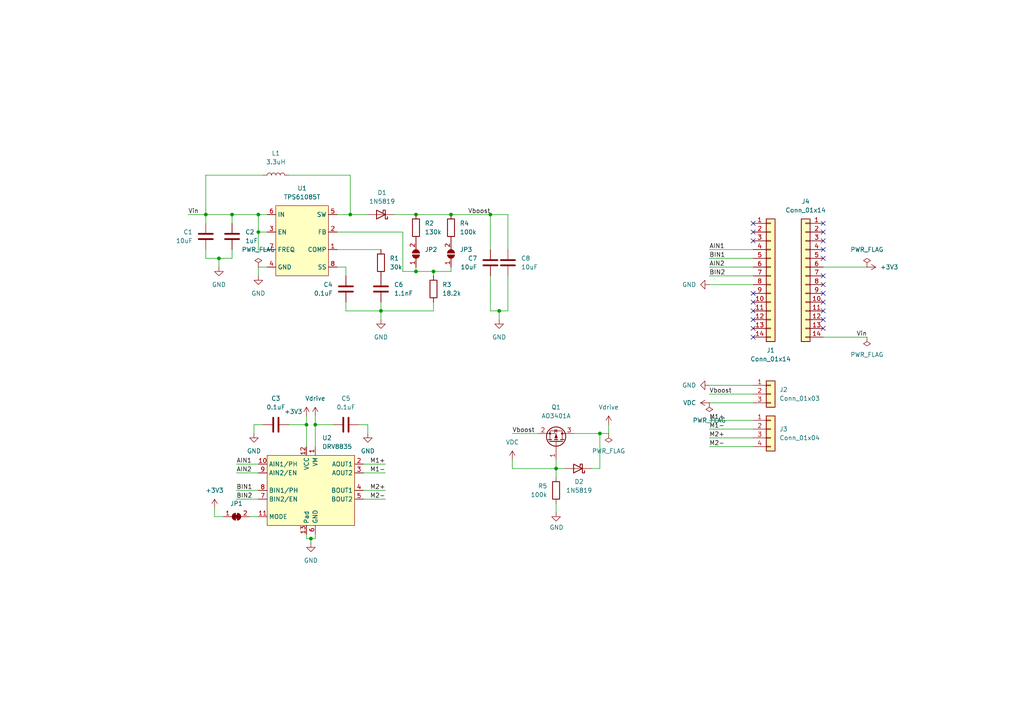
<source format=kicad_sch>
(kicad_sch (version 20211123) (generator eeschema)
  (paper "A4")
  (title_block (title "LiPo Boost and Motor Driver Extension Board") (date "2023-05-28") (rev "v1.0.0") (company "Shadman Habib"))
  (lib_symbols
    (symbol "Connector_Generic:Conn_01x03" (pin_names (offset 1.016) hide)
      (property "Reference" "J" (at 0 5.08 0))
      (property "Value" "Conn_01x03" (at 0 -5.08 0))
      (symbol "Conn_01x03_1_1"
        (rectangle (start -1.27 -2.413) (end 0 -2.667) (stroke (width 0.1524)))
        (rectangle (start -1.27 0.127) (end 0 -0.127) (stroke (width 0.1524)))
        (rectangle (start -1.27 2.667) (end 0 2.413) (stroke (width 0.1524)))
        (rectangle (start -1.27 3.81) (end 1.27 -3.81) (stroke (width 0.254)) (fill (type background)))
        (pin passive line (at -5.08 2.54 0) (length 3.81) (name "Pin_1") (number "1"))
        (pin passive line (at -5.08 0 0) (length 3.81) (name "Pin_2") (number "2"))
        (pin passive line (at -5.08 -2.54 0) (length 3.81) (name "Pin_3") (number "3"))
      )
    )
    (symbol "Connector_Generic:Conn_01x04" (pin_names (offset 1.016) hide)
      (property "Reference" "J" (at 0 5.08 0))
      (property "Value" "Conn_01x04" (at 0 -7.62 0))
      (symbol "Conn_01x04_1_1"
        (rectangle (start -1.27 -4.953) (end 0 -5.207) (stroke (width 0.1524)))
        (rectangle (start -1.27 -2.413) (end 0 -2.667) (stroke (width 0.1524)))
        (rectangle (start -1.27 0.127) (end 0 -0.127) (stroke (width 0.1524)))
        (rectangle (start -1.27 2.667) (end 0 2.413) (stroke (width 0.1524)))
        (rectangle (start -1.27 3.81) (end 1.27 -6.35) (stroke (width 0.254)) (fill (type background)))
        (pin passive line (at -5.08 2.54 0) (length 3.81) (name "Pin_1") (number "1"))
        (pin passive line (at -5.08 0 0) (length 3.81) (name "Pin_2") (number "2"))
        (pin passive line (at -5.08 -2.54 0) (length 3.81) (name "Pin_3") (number "3"))
        (pin passive line (at -5.08 -5.08 0) (length 3.81) (name "Pin_4") (number "4"))
      )
    )
    (symbol "Connector_Generic:Conn_01x14" (pin_names (offset 1.016) hide)
      (property "Reference" "J" (at 0 17.78 0))
      (property "Value" "Conn_01x14" (at 0 -20.32 0))
      (symbol "Conn_01x14_1_1"
        (rectangle (start -1.27 -17.653) (end 0 -17.907) (stroke (width 0.1524)))
        (rectangle (start -1.27 -15.113) (end 0 -15.367) (stroke (width 0.1524)))
        (rectangle (start -1.27 -12.573) (end 0 -12.827) (stroke (width 0.1524)))
        (rectangle (start -1.27 -10.033) (end 0 -10.287) (stroke (width 0.1524)))
        (rectangle (start -1.27 -7.493) (end 0 -7.747) (stroke (width 0.1524)))
        (rectangle (start -1.27 -4.953) (end 0 -5.207) (stroke (width 0.1524)))
        (rectangle (start -1.27 -2.413) (end 0 -2.667) (stroke (width 0.1524)))
        (rectangle (start -1.27 0.127) (end 0 -0.127) (stroke (width 0.1524)))
        (rectangle (start -1.27 2.667) (end 0 2.413) (stroke (width 0.1524)))
        (rectangle (start -1.27 5.207) (end 0 4.953) (stroke (width 0.1524)))
        (rectangle (start -1.27 7.747) (end 0 7.493) (stroke (width 0.1524)))
        (rectangle (start -1.27 10.287) (end 0 10.033) (stroke (width 0.1524)))
        (rectangle (start -1.27 12.827) (end 0 12.573) (stroke (width 0.1524)))
        (rectangle (start -1.27 15.367) (end 0 15.113) (stroke (width 0.1524)))
        (rectangle (start -1.27 16.51) (end 1.27 -19.05) (stroke (width 0.254)) (fill (type background)))
        (pin passive line (at -5.08 15.24 0) (length 3.81) (name "Pin_1") (number "1"))
        (pin passive line (at -5.08 -7.62 0) (length 3.81) (name "Pin_10") (number "10"))
        (pin passive line (at -5.08 -10.16 0) (length 3.81) (name "Pin_11") (number "11"))
        (pin passive line (at -5.08 -12.7 0) (length 3.81) (name "Pin_12") (number "12"))
        (pin passive line (at -5.08 -15.24 0) (length 3.81) (name "Pin_13") (number "13"))
        (pin passive line (at -5.08 -17.78 0) (length 3.81) (name "Pin_14") (number "14"))
        (pin passive line (at -5.08 12.7 0) (length 3.81) (name "Pin_2") (number "2"))
        (pin passive line (at -5.08 10.16 0) (length 3.81) (name "Pin_3") (number "3"))
        (pin passive line (at -5.08 7.62 0) (length 3.81) (name "Pin_4") (number "4"))
        (pin passive line (at -5.08 5.08 0) (length 3.81) (name "Pin_5") (number "5"))
        (pin passive line (at -5.08 2.54 0) (length 3.81) (name "Pin_6") (number "6"))
        (pin passive line (at -5.08 0 0) (length 3.81) (name "Pin_7") (number "7"))
        (pin passive line (at -5.08 -2.54 0) (length 3.81) (name "Pin_8") (number "8"))
        (pin passive line (at -5.08 -5.08 0) (length 3.81) (name "Pin_9") (number "9"))
      )
    )
    (symbol "DRV8835:DRV8835"
      (property "Reference" "U" (at 11.43 11.43 0))
      (property "Value" "DRV8835" (at 8.89 -11.43 0))
      (symbol "DRV8835_0_1"
        (rectangle (start -12.7 10.16) (end 12.7 -10.16) (fill (type background)))
      )
      (symbol "DRV8835_1_1"
        (pin power_in line (at 1.27 12.7 270) (length 2.54) (name "VM") (number "1"))
        (pin input line (at -15.24 7.62 0) (length 2.54) (name "AIN1/PH") (number "10"))
        (pin input line (at -15.24 -7.62 0) (length 2.54) (name "MODE") (number "11"))
        (pin power_in line (at -1.27 12.7 270) (length 2.54) (name "VCC") (number "12"))
        (pin passive line (at -1.27 -12.7 90) (length 2.54) (name "Pad") (number "13"))
        (pin power_out line (at 15.24 7.62 180) (length 2.54) (name "AOUT1") (number "2"))
        (pin power_out line (at 15.24 5.08 180) (length 2.54) (name "AOUT2") (number "3"))
        (pin power_out line (at 15.24 0 180) (length 2.54) (name "BOUT1") (number "4"))
        (pin power_out line (at 15.24 -2.54 180) (length 2.54) (name "BOUT2") (number "5"))
        (pin passive line (at 1.27 -12.7 90) (length 2.54) (name "GND") (number "6"))
        (pin input line (at -15.24 -2.54 0) (length 2.54) (name "BIN2/EN") (number "7"))
        (pin input line (at -15.24 0 0) (length 2.54) (name "BIN1/PH") (number "8"))
        (pin input line (at -15.24 5.08 0) (length 2.54) (name "AIN2/EN") (number "9"))
      )
    )
    (symbol "Device:C" (pin_numbers hide) (pin_names (offset 0.254))
      (property "Reference" "C" (at 0.635 2.54 0))
      (property "Value" "C" (at 0.635 -2.54 0))
      (symbol "C_0_1"
        (polyline (pts (xy -2.032 -0.762) (xy 2.032 -0.762)) (stroke (width 0.508)))
        (polyline (pts (xy -2.032 0.762) (xy 2.032 0.762)) (stroke (width 0.508)))
      )
      (symbol "C_1_1"
        (pin passive line (at 0 3.81 270) (length 2.794) (name "~") (number "1"))
        (pin passive line (at 0 -3.81 90) (length 2.794) (name "~") (number "2"))
      )
    )
    (symbol "Device:L" (pin_numbers hide) (pin_names (offset 1.016) hide)
      (property "Reference" "L" (at -1.27 0 90))
      (property "Value" "L" (at 1.905 0 90))
      (symbol "L_0_1"
        (arc (start 0 -2.54) (mid 0.635 -1.905) (end 0 -1.27))
        (arc (start 0 -1.27) (mid 0.635 -0.635) (end 0 0))
        (arc (start 0 0) (mid 0.635 0.635) (end 0 1.27))
        (arc (start 0 1.27) (mid 0.635 1.905) (end 0 2.54))
      )
      (symbol "L_1_1"
        (pin passive line (at 0 3.81 270) (length 1.27) (name "1") (number "1"))
        (pin passive line (at 0 -3.81 90) (length 1.27) (name "2") (number "2"))
      )
    )
    (symbol "Device:R" (pin_numbers hide) (pin_names (offset 0))
      (property "Reference" "R" (at 2.032 0 90))
      (property "Value" "R" (at 0 0 90))
      (symbol "R_0_1"
        (rectangle (start -1.016 -2.54) (end 1.016 2.54) (stroke (width 0.254)))
      )
      (symbol "R_1_1"
        (pin passive line (at 0 3.81 270) (length 1.27) (name "~") (number "1"))
        (pin passive line (at 0 -3.81 90) (length 1.27) (name "~") (number "2"))
      )
    )
    (symbol "Diode:1N5819" (pin_numbers hide) (pin_names (offset 1.016) hide)
      (property "Reference" "D" (at 0 2.54 0))
      (property "Value" "1N5819" (at 0 -2.54 0))
      (symbol "1N5819_0_1"
        (polyline (pts (xy 1.27 0) (xy -1.27 0)))
        (polyline (pts (xy 1.27 1.27) (xy 1.27 -1.27) (xy -1.27 0) (xy 1.27 1.27)) (stroke (width 0.254)))
        (polyline (pts (xy -1.905 0.635) (xy -1.905 1.27) (xy -1.27 1.27) (xy -1.27 -1.27) (xy -0.635 -1.27) (xy -0.635 -0.635)) (stroke (width 0.254)))
      )
      (symbol "1N5819_1_1"
        (pin passive line (at -3.81 0 0) (length 2.54) (name "K") (number "1"))
        (pin passive line (at 3.81 0 180) (length 2.54) (name "A") (number "2"))
      )
    )
    (symbol "Jumper:SolderJumper_2_Bridged" (pin_names (offset 0) hide)
      (property "Reference" "JP" (at 0 2.032 0))
      (property "Value" "SolderJumper_2_Bridged" (at 0 -2.54 0))
      (symbol "SolderJumper_2_Bridged_0_1"
        (rectangle (start -0.508 0.508) (end 0.508 -0.508) (fill (type outline)))
        (arc (start -0.254 1.016) (mid -1.27 0) (end -0.254 -1.016))
        (arc (start -0.254 1.016) (mid -1.27 0) (end -0.254 -1.016) (fill (type outline)))
        (polyline (pts (xy -0.254 1.016) (xy -0.254 -1.016)))
        (polyline (pts (xy 0.254 1.016) (xy 0.254 -1.016)))
        (arc (start 0.254 -1.016) (mid 1.27 0) (end 0.254 1.016))
        (arc (start 0.254 -1.016) (mid 1.27 0) (end 0.254 1.016) (fill (type outline)))
      )
      (symbol "SolderJumper_2_Bridged_1_1"
        (pin passive line (at -3.81 0 0) (length 2.54) (name "A") (number "1"))
        (pin passive line (at 3.81 0 180) (length 2.54) (name "B") (number "2"))
      )
    )
    (symbol "Jumper:SolderJumper_2_Open" (pin_names (offset 0) hide)
      (property "Reference" "JP" (at 0 2.032 0))
      (property "Value" "SolderJumper_2_Open" (at 0 -2.54 0))
      (symbol "SolderJumper_2_Open_0_1"
        (arc (start -0.254 1.016) (mid -1.27 0) (end -0.254 -1.016))
        (arc (start -0.254 1.016) (mid -1.27 0) (end -0.254 -1.016) (fill (type outline)))
        (polyline (pts (xy -0.254 1.016) (xy -0.254 -1.016)))
        (polyline (pts (xy 0.254 1.016) (xy 0.254 -1.016)))
        (arc (start 0.254 -1.016) (mid 1.27 0) (end 0.254 1.016))
        (arc (start 0.254 -1.016) (mid 1.27 0) (end 0.254 1.016) (fill (type outline)))
      )
      (symbol "SolderJumper_2_Open_1_1"
        (pin passive line (at -3.81 0 0) (length 2.54) (name "A") (number "1"))
        (pin passive line (at 3.81 0 180) (length 2.54) (name "B") (number "2"))
      )
    )
    (symbol "TPS61085T:TPS61085T"
      (property "Reference" "U" (at 0 11.43 0))
      (property "Value" "TPS61085T" (at 0 -11.43 0))
      (symbol "TPS61085T_0_1"
        (rectangle (start -7.62 10.16) (end 7.62 -10.16) (fill (type background)))
      )
      (symbol "TPS61085T_1_1"
        (pin passive line (at 10.16 -2.54 180) (length 2.54) (name "COMP") (number "1"))
        (pin passive line (at 10.16 2.54 180) (length 2.54) (name "FB") (number "2"))
        (pin passive line (at -10.16 2.54 0) (length 2.54) (name "EN") (number "3"))
        (pin passive line (at -10.16 -7.62 0) (length 2.54) (name "GND") (number "4"))
        (pin power_out line (at 10.16 7.62 180) (length 2.54) (name "SW") (number "5"))
        (pin power_in line (at -10.16 7.62 0) (length 2.54) (name "IN") (number "6"))
        (pin passive line (at -10.16 -2.54 0) (length 2.54) (name "FREQ") (number "7"))
        (pin passive line (at 10.16 -7.62 180) (length 2.54) (name "SS") (number "8"))
      )
    )
    (symbol "Transistor_FET:AO3401A" (pin_names hide)
      (property "Reference" "Q" (at 5.08 1.905 0))
      (property "Value" "AO3401A" (at 5.08 0 0))
      (symbol "AO3401A_0_1"
        (polyline (pts (xy 0.254 0) (xy -2.54 0)))
        (polyline (pts (xy 0.254 1.905) (xy 0.254 -1.905)) (stroke (width 0.254)))
        (polyline (pts (xy 0.762 -1.27) (xy 0.762 -2.286)) (stroke (width 0.254)))
        (polyline (pts (xy 0.762 0.508) (xy 0.762 -0.508)) (stroke (width 0.254)))
        (polyline (pts (xy 0.762 2.286) (xy 0.762 1.27)) (stroke (width 0.254)))
        (polyline (pts (xy 2.54 2.54) (xy 2.54 1.778)))
        (polyline (pts (xy 2.54 -2.54) (xy 2.54 0) (xy 0.762 0)))
        (polyline (pts (xy 0.762 1.778) (xy 3.302 1.778) (xy 3.302 -1.778) (xy 0.762 -1.778)))
        (polyline (pts (xy 2.286 0) (xy 1.27 0.381) (xy 1.27 -0.381) (xy 2.286 0)) (fill (type outline)))
        (polyline (pts (xy 2.794 -0.508) (xy 2.921 -0.381) (xy 3.683 -0.381) (xy 3.81 -0.254)))
        (polyline (pts (xy 3.302 -0.381) (xy 2.921 0.254) (xy 3.683 0.254) (xy 3.302 -0.381)))
        (circle (center 1.651 0) (radius 2.794) (stroke (width 0.254)))
        (circle (center 2.54 -1.778) (radius 0.254) (fill (type outline)))
        (circle (center 2.54 1.778) (radius 0.254) (fill (type outline)))
      )
      (symbol "AO3401A_1_1"
        (pin input line (at -5.08 0 0) (length 2.54) (name "G") (number "1"))
        (pin passive line (at 2.54 -5.08 90) (length 2.54) (name "S") (number "2"))
        (pin passive line (at 2.54 5.08 270) (length 2.54) (name "D") (number "3"))
      )
    )
    (symbol "power:+3V3" (power) (pin_names (offset 0))
      (property "Value" "+3V3" (at 0 3.556 0))
      (symbol "+3V3_0_1"
        (polyline (pts (xy -0.762 1.27) (xy 0 2.54)))
        (polyline (pts (xy 0 0) (xy 0 2.54)))
        (polyline (pts (xy 0 2.54) (xy 0.762 1.27)))
      )
      (symbol "+3V3_1_1"
        (pin power_in line (at 0 0 90) (length 0) hide (name "+3V3") (number "1"))
      )
    )
    (symbol "power:GND" (power) (pin_names (offset 0))
      (property "Value" "GND" (at 0 -3.81 0))
      (symbol "GND_0_1"
        (polyline (pts (xy 0 0) (xy 0 -1.27) (xy 1.27 -1.27) (xy 0 -2.54) (xy -1.27 -1.27) (xy 0 -1.27)))
      )
      (symbol "GND_1_1"
        (pin power_in line (at 0 0 270) (length 0) hide (name "GND") (number "1"))
      )
    )
    (symbol "power:PWR_FLAG" (power) (pin_numbers hide) (pin_names (offset 0) hide)
      (property "Value" "PWR_FLAG" (at 0 3.81 0))
      (symbol "PWR_FLAG_0_0"
        (pin power_out line (at 0 0 90) (length 0) (name "pwr") (number "1"))
      )
      (symbol "PWR_FLAG_0_1"
        (polyline (pts (xy 0 0) (xy 0 1.27) (xy -1.016 1.905) (xy 0 2.54) (xy 1.016 1.905) (xy 0 1.27)))
      )
    )
    (symbol "power:VDC" (power) (pin_names (offset 0))
      (property "Value" "VDC" (at 0 6.35 0))
      (symbol "VDC_0_1"
        (polyline (pts (xy -0.762 1.27) (xy 0 2.54)))
        (polyline (pts (xy 0 0) (xy 0 2.54)))
        (polyline (pts (xy 0 2.54) (xy 0.762 1.27)))
      )
      (symbol "VDC_1_1"
        (pin power_in line (at 0 0 90) (length 0) hide (name "VDC") (number "1"))
      )
    )
    (symbol "power:Vdrive" (power) (pin_names (offset 0))
      (property "Value" "Vdrive" (at 0 3.81 0))
      (symbol "Vdrive_0_1"
        (polyline (pts (xy -0.762 1.27) (xy 0 2.54)))
        (polyline (pts (xy 0 0) (xy 0 2.54)))
        (polyline (pts (xy 0 2.54) (xy 0.762 1.27)))
      )
      (symbol "Vdrive_1_1"
        (pin power_in line (at 0 0 90) (length 0) hide (name "Vdrive") (number "1"))
      )
    )
  )
  (junction (at 90.17 156.21))
  (junction (at 161.29 135.89))
  (junction (at 88.9 123.19))
  (junction (at 120.65 62.23))
  (junction (at 59.69 62.23))
  (junction (at 67.31 62.23))
  (junction (at 110.49 90.17))
  (junction (at 74.93 62.23))
  (junction (at 142.24 62.23))
  (junction (at 91.44 123.19))
  (junction (at 144.78 90.17))
  (junction (at 130.81 62.23))
  (junction (at 173.99 125.73))
  (junction (at 74.93 67.31))
  (junction (at 101.6 62.23))
  (junction (at 125.73 78.74))
  (junction (at 120.65 78.74))
  (junction (at 63.5 74.93))
  (no_connect (at 218.44 87.63))
  (no_connect (at 218.44 90.17))
  (no_connect (at 218.44 92.71))
  (no_connect (at 218.44 95.25))
  (no_connect (at 218.44 97.79))
  (no_connect (at 218.44 64.77))
  (no_connect (at 218.44 67.31))
  (no_connect (at 218.44 69.85))
  (no_connect (at 238.76 95.25))
  (no_connect (at 238.76 92.71))
  (no_connect (at 238.76 90.17))
  (no_connect (at 238.76 87.63))
  (no_connect (at 218.44 85.09))
  (no_connect (at 238.76 85.09))
  (no_connect (at 238.76 82.55))
  (no_connect (at 238.76 80.01))
  (no_connect (at 238.76 74.93))
  (no_connect (at 238.76 72.39))
  (no_connect (at 238.76 69.85))
  (no_connect (at 238.76 67.31))
  (no_connect (at 238.76 64.77))
  (wire (pts (xy 59.69 74.93) (xy 63.5 74.93)))
  (wire (pts (xy 147.32 72.39) (xy 147.32 62.23)))
  (wire (pts (xy 106.68 125.73) (xy 106.68 123.19)))
  (wire (pts (xy 100.33 87.63) (xy 100.33 90.17)))
  (wire (pts (xy 205.74 116.84) (xy 218.44 116.84)))
  (wire (pts (xy 74.93 80.01) (xy 74.93 77.47)))
  (wire (pts (xy 110.49 72.39) (xy 97.79 72.39)))
  (wire (pts (xy 77.47 62.23) (xy 74.93 62.23)))
  (wire (pts (xy 68.58 144.78) (xy 74.93 144.78)))
  (wire (pts (xy 176.53 123.19) (xy 176.53 125.73)))
  (wire (pts (xy 166.37 125.73) (xy 173.99 125.73)))
  (wire (pts (xy 161.29 135.89) (xy 161.29 133.35)))
  (wire (pts (xy 130.81 78.74) (xy 125.73 78.74)))
  (wire (pts (xy 125.73 78.74) (xy 125.73 80.01)))
  (wire (pts (xy 238.76 77.47) (xy 251.46 77.47)))
  (wire (pts (xy 173.99 125.73) (xy 173.99 135.89)))
  (wire (pts (xy 176.53 125.73) (xy 173.99 125.73)))
  (wire (pts (xy 97.79 67.31) (xy 116.84 67.31)))
  (wire (pts (xy 68.58 137.16) (xy 74.93 137.16)))
  (wire (pts (xy 74.93 67.31) (xy 77.47 67.31)))
  (wire (pts (xy 163.83 135.89) (xy 161.29 135.89)))
  (wire (pts (xy 76.2 123.19) (xy 73.66 123.19)))
  (wire (pts (xy 97.79 62.23) (xy 101.6 62.23)))
  (wire (pts (xy 59.69 72.39) (xy 59.69 74.93)))
  (wire (pts (xy 72.39 149.86) (xy 74.93 149.86)))
  (wire (pts (xy 120.65 78.74) (xy 125.73 78.74)))
  (wire (pts (xy 105.41 142.24) (xy 111.76 142.24)))
  (wire (pts (xy 62.23 147.32) (xy 62.23 149.86)))
  (wire (pts (xy 74.93 72.39) (xy 77.47 72.39)))
  (wire (pts (xy 130.81 62.23) (xy 142.24 62.23)))
  (wire (pts (xy 101.6 50.8) (xy 101.6 62.23)))
  (wire (pts (xy 83.82 123.19) (xy 88.9 123.19)))
  (wire (pts (xy 205.74 111.76) (xy 218.44 111.76)))
  (wire (pts (xy 59.69 50.8) (xy 59.69 62.23)))
  (wire (pts (xy 88.9 123.19) (xy 88.9 129.54)))
  (wire (pts (xy 100.33 80.01) (xy 100.33 77.47)))
  (wire (pts (xy 205.74 80.01) (xy 218.44 80.01)))
  (wire (pts (xy 106.68 123.19) (xy 104.14 123.19)))
  (wire (pts (xy 90.17 156.21) (xy 91.44 156.21)))
  (wire (pts (xy 148.59 133.35) (xy 148.59 135.89)))
  (wire (pts (xy 105.41 137.16) (xy 111.76 137.16)))
  (wire (pts (xy 91.44 123.19) (xy 96.52 123.19)))
  (wire (pts (xy 91.44 156.21) (xy 91.44 154.94)))
  (wire (pts (xy 125.73 90.17) (xy 125.73 87.63)))
  (wire (pts (xy 205.74 77.47) (xy 218.44 77.47)))
  (wire (pts (xy 105.41 134.62) (xy 111.76 134.62)))
  (wire (pts (xy 74.93 67.31) (xy 74.93 72.39)))
  (wire (pts (xy 238.76 97.79) (xy 251.46 97.79)))
  (wire (pts (xy 205.74 121.92) (xy 218.44 121.92)))
  (wire (pts (xy 148.59 135.89) (xy 161.29 135.89)))
  (wire (pts (xy 90.17 156.21) (xy 90.17 157.48)))
  (wire (pts (xy 83.82 50.8) (xy 101.6 50.8)))
  (wire (pts (xy 171.45 135.89) (xy 173.99 135.89)))
  (wire (pts (xy 144.78 90.17) (xy 144.78 92.71)))
  (wire (pts (xy 74.93 77.47) (xy 77.47 77.47)))
  (wire (pts (xy 144.78 90.17) (xy 147.32 90.17)))
  (wire (pts (xy 67.31 62.23) (xy 67.31 64.77)))
  (wire (pts (xy 116.84 67.31) (xy 116.84 78.74)))
  (wire (pts (xy 54.61 62.23) (xy 59.69 62.23)))
  (wire (pts (xy 59.69 64.77) (xy 59.69 62.23)))
  (wire (pts (xy 68.58 134.62) (xy 74.93 134.62)))
  (wire (pts (xy 161.29 135.89) (xy 161.29 138.43)))
  (wire (pts (xy 67.31 62.23) (xy 74.93 62.23)))
  (wire (pts (xy 63.5 74.93) (xy 67.31 74.93)))
  (wire (pts (xy 205.74 114.3) (xy 218.44 114.3)))
  (wire (pts (xy 62.23 149.86) (xy 64.77 149.86)))
  (wire (pts (xy 59.69 62.23) (xy 67.31 62.23)))
  (wire (pts (xy 91.44 123.19) (xy 91.44 129.54)))
  (wire (pts (xy 105.41 144.78) (xy 111.76 144.78)))
  (wire (pts (xy 116.84 78.74) (xy 120.65 78.74)))
  (wire (pts (xy 110.49 90.17) (xy 125.73 90.17)))
  (wire (pts (xy 147.32 80.01) (xy 147.32 90.17)))
  (wire (pts (xy 68.58 142.24) (xy 74.93 142.24)))
  (wire (pts (xy 130.81 77.47) (xy 130.81 78.74)))
  (wire (pts (xy 88.9 154.94) (xy 88.9 156.21)))
  (wire (pts (xy 114.3 62.23) (xy 120.65 62.23)))
  (wire (pts (xy 63.5 74.93) (xy 63.5 77.47)))
  (wire (pts (xy 100.33 77.47) (xy 97.79 77.47)))
  (wire (pts (xy 142.24 90.17) (xy 144.78 90.17)))
  (wire (pts (xy 74.93 62.23) (xy 74.93 67.31)))
  (wire (pts (xy 148.59 125.73) (xy 156.21 125.73)))
  (wire (pts (xy 101.6 62.23) (xy 106.68 62.23)))
  (wire (pts (xy 88.9 156.21) (xy 90.17 156.21)))
  (wire (pts (xy 100.33 90.17) (xy 110.49 90.17)))
  (wire (pts (xy 205.74 124.46) (xy 218.44 124.46)))
  (wire (pts (xy 110.49 90.17) (xy 110.49 92.71)))
  (wire (pts (xy 142.24 80.01) (xy 142.24 90.17)))
  (wire (pts (xy 205.74 127) (xy 218.44 127)))
  (wire (pts (xy 67.31 74.93) (xy 67.31 72.39)))
  (wire (pts (xy 110.49 87.63) (xy 110.49 90.17)))
  (wire (pts (xy 76.2 50.8) (xy 59.69 50.8)))
  (wire (pts (xy 205.74 82.55) (xy 218.44 82.55)))
  (wire (pts (xy 120.65 62.23) (xy 130.81 62.23)))
  (wire (pts (xy 73.66 123.19) (xy 73.66 125.73)))
  (wire (pts (xy 205.74 74.93) (xy 218.44 74.93)))
  (wire (pts (xy 147.32 62.23) (xy 142.24 62.23)))
  (wire (pts (xy 91.44 120.65) (xy 91.44 123.19)))
  (wire (pts (xy 88.9 120.65) (xy 88.9 123.19)))
  (wire (pts (xy 161.29 146.05) (xy 161.29 148.59)))
  (wire (pts (xy 205.74 72.39) (xy 218.44 72.39)))
  (wire (pts (xy 205.74 129.54) (xy 218.44 129.54)))
  (wire (pts (xy 120.65 77.47) (xy 120.65 78.74)))
  (wire (pts (xy 142.24 72.39) (xy 142.24 62.23)))
  (label "Vin" (at 251.46 97.79 180))
  (label "BIN1" (at 205.74 74.93 0))
  (label "Vboost" (at 205.74 114.3 0))
  (label "M1-" (at 111.76 137.16 180))
  (label "M1+" (at 111.76 134.62 180))
  (label "M2-" (at 111.76 144.78 180))
  (label "BIN2" (at 68.58 144.78 0))
  (label "M2+" (at 205.74 127 0))
  (label "Vboost" (at 148.59 125.73 0))
  (label "AIN1" (at 68.58 134.62 0))
  (label "AIN2" (at 205.74 77.47 0))
  (label "M1+" (at 205.74 121.92 0))
  (label "M1-" (at 205.74 124.46 0))
  (label "BIN1" (at 68.58 142.24 0))
  (label "AIN1" (at 205.74 72.39 0))
  (label "M2-" (at 205.74 129.54 0))
  (label "AIN2" (at 68.58 137.16 0))
  (label "Vin" (at 54.61 62.23 0))
  (label "Vboost" (at 142.24 62.23 180))
  (label "M2+" (at 111.76 142.24 180))
  (label "BIN2" (at 205.74 80.01 0))
  (symbol (lib_id "power:+3V3") (at 88.9 120.65 0) (unit 1)
    (property "Reference" "#PWR05" (effects hide))
    (property "Value" "+3V3" (at 85.09 119.38 0))
  )
  (symbol (lib_id "power:Vdrive") (at 91.44 120.65 0) (unit 1)
    (property "Reference" "#PWR07" (effects hide))
    (property "Value" "Vdrive" (at 91.44 115.57 0))
  )
  (symbol (lib_id "Device:C") (at 100.33 123.19 90) (unit 1)
    (property "Reference" "C5" (at 100.33 115.57 90))
    (property "Value" "0.1uF" (at 100.33 118.11 90))
    (property "Footprint" "Capacitor_SMD:C_0603_1608Metric" (effects hide))
  )
  (symbol (lib_id "Device:C") (at 100.33 83.82 0) (unit 1)
    (property "Reference" "C4" (at 96.52 82.5499 0) (effects (justify right)))
    (property "Value" "0.1uF" (at 96.52 85.0899 0) (effects (justify right)))
    (property "Footprint" "Capacitor_SMD:C_0603_1608Metric" (effects hide))
  )
  (symbol (lib_id "Device:R") (at 161.29 142.24 0) (unit 1)
    (property "Reference" "R5" (at 158.75 140.9699 0) (effects (justify right)))
    (property "Value" "100k" (at 158.75 143.5099 0) (effects (justify right)))
    (property "Footprint" "Resistor_SMD:R_0603_1608Metric" (effects hide))
  )
  (symbol (lib_id "Diode:1N5819") (at 110.49 62.23 180) (unit 1)
    (property "Reference" "D1" (at 110.8075 55.88 0))
    (property "Value" "1N5819" (at 110.8075 58.42 0))
    (property "Footprint" "Diode_SMD:D_SOD-123" (effects hide))
    (property "Datasheet" "http://www.vishay.com/docs/88525/1n5817.pdf" (effects hide))
  )
  (symbol (lib_id "power:+3V3") (at 62.23 147.32 0) (unit 1)
    (property "Reference" "#PWR01" (effects hide))
    (property "Value" "+3V3" (at 62.23 142.24 0))
  )
  (symbol (lib_id "power:GND") (at 63.5 77.47 0) (unit 1)
    (property "Reference" "#PWR02" (effects hide))
    (property "Value" "GND" (at 63.5 82.55 0))
  )
  (symbol (lib_id "power:GND") (at 205.74 111.76 270) (unit 1)
    (property "Reference" "#PWR015" (effects hide))
    (property "Value" "GND" (at 201.93 111.7599 90) (effects (justify right)))
  )
  (symbol (lib_id "Transistor_FET:AO3401A") (at 161.29 128.27 270) (mirror x) (unit 1)
    (property "Reference" "Q1" (at 161.29 118.11 90))
    (property "Value" "AO3401A" (at 161.29 120.65 90))
    (property "Footprint" "Package_TO_SOT_SMD:SOT-23" (effects hide))
    (property "Datasheet" "http://www.aosmd.com/pdfs/datasheet/AO3401A.pdf" (effects hide))
  )
  (symbol (lib_id "power:GND") (at 73.66 125.73 0) (unit 1)
    (property "Reference" "#PWR03" (effects hide))
    (property "Value" "GND" (at 73.66 130.81 0))
  )
  (symbol (lib_id "Device:R") (at 125.73 83.82 0) (unit 1)
    (property "Reference" "R3" (at 128.27 82.5499 0) (effects (justify left)))
    (property "Value" "18.2k" (at 128.27 85.0899 0) (effects (justify left)))
    (property "Footprint" "Resistor_SMD:R_0603_1608Metric" (effects hide))
  )
  (symbol (lib_id "Device:C") (at 147.32 76.2 0) (unit 1)
    (property "Reference" "C8" (at 151.13 74.9299 0) (effects (justify left)))
    (property "Value" "10uF" (at 151.13 77.4699 0) (effects (justify left)))
    (property "Footprint" "Capacitor_SMD:C_1206_3216Metric" (effects hide))
  )
  (symbol (lib_id "Device:R") (at 130.81 66.04 0) (unit 1)
    (property "Reference" "R4" (at 133.35 64.7699 0) (effects (justify left)))
    (property "Value" "100k" (at 133.35 67.3099 0) (effects (justify left)))
    (property "Footprint" "Resistor_SMD:R_0603_1608Metric" (effects hide))
  )
  (symbol (lib_id "power:GND") (at 205.74 82.55 270) (unit 1)
    (property "Reference" "#PWR014" (effects hide))
    (property "Value" "GND" (at 201.93 82.5499 90) (effects (justify right)))
  )
  (symbol (lib_id "power:Vdrive") (at 176.53 123.19 0) (unit 1)
    (property "Reference" "#PWR013" (effects hide))
    (property "Value" "Vdrive" (at 176.53 118.11 0))
  )
  (symbol (lib_id "Device:R") (at 110.49 76.2 0) (unit 1)
    (property "Reference" "R1" (at 113.03 74.9299 0) (effects (justify left)))
    (property "Value" "30k" (at 113.03 77.4699 0) (effects (justify left)))
    (property "Footprint" "Resistor_SMD:R_0603_1608Metric" (effects hide))
  )
  (symbol (lib_id "Device:C") (at 142.24 76.2 0) (unit 1)
    (property "Reference" "C7" (at 138.43 74.9299 0) (effects (justify right)))
    (property "Value" "10uF" (at 138.43 77.4699 0) (effects (justify right)))
    (property "Footprint" "Capacitor_SMD:C_1206_3216Metric" (effects hide))
  )
  (symbol (lib_id "Device:C") (at 67.31 68.58 0) (unit 1)
    (property "Reference" "C2" (at 71.12 67.3099 0) (effects (justify left)))
    (property "Value" "1uF" (at 71.12 69.8499 0) (effects (justify left)))
    (property "Footprint" "Capacitor_SMD:C_0603_1608Metric" (effects hide))
  )
  (symbol (lib_id "Device:L") (at 80.01 50.8 90) (unit 1)
    (property "Reference" "L1" (at 80.01 44.45 90))
    (property "Value" "3.3uH" (at 80.01 46.99 90))
    (property "Footprint" "Inductor_SMD:L_6.3x6.3_H3" (effects hide))
  )
  (symbol (lib_id "power:GND") (at 161.29 148.59 0) (unit 1)
    (property "Reference" "#PWR012" (effects hide))
    (property "Value" "GND" (at 161.417 152.9842 0))
  )
  (symbol (lib_id "power:GND") (at 110.49 92.71 0) (unit 1)
    (property "Reference" "#PWR09" (effects hide))
    (property "Value" "GND" (at 110.49 97.79 0))
  )
  (symbol (lib_id "power:VDC") (at 148.59 133.35 0) (unit 1)
    (property "Reference" "#PWR011" (effects hide))
    (property "Value" "VDC" (at 148.59 128.27 0))
  )
  (symbol (lib_id "power:+3V3") (at 251.46 77.47 270) (unit 1)
    (property "Reference" "#PWR017" (effects hide))
    (property "Value" "+3V3" (at 255.27 77.4699 90) (effects (justify left)))
  )
  (symbol (lib_id "power:PWR_FLAG") (at 176.53 125.73 180) (unit 1)
    (property "Reference" "#FLG02" (effects hide))
    (property "Value" "PWR_FLAG" (at 176.53 130.81 0))
  )
  (symbol (lib_id "Device:R") (at 120.65 66.04 0) (unit 1)
    (property "Reference" "R2" (at 123.19 64.7699 0) (effects (justify left)))
    (property "Value" "130k" (at 123.19 67.3099 0) (effects (justify left)))
    (property "Footprint" "Resistor_SMD:R_0603_1608Metric" (effects hide))
  )
  (symbol (lib_id "Connector_Generic:Conn_01x03") (at 223.52 114.3 0) (unit 1) (in_bom no)
    (property "Reference" "J2" (at 226.06 113.0299 0) (effects (justify left)))
    (property "Value" "Conn_01x03" (at 226.06 115.5699 0) (effects (justify left)))
    (property "Footprint" "Connector_PinHeader_2.54mm:PinHeader_1x03_P2.54mm_Vertical" (effects hide))
  )
  (symbol (lib_id "power:PWR_FLAG") (at 251.46 77.47 0) (unit 1)
    (property "Reference" "#FLG04" (effects hide))
    (property "Value" "PWR_FLAG" (at 251.46 72.39 0))
  )
  (symbol (lib_id "power:GND") (at 144.78 92.71 0) (unit 1)
    (property "Reference" "#PWR010" (effects hide))
    (property "Value" "GND" (at 144.78 97.79 0))
  )
  (symbol (lib_id "Device:C") (at 80.01 123.19 90) (unit 1)
    (property "Reference" "C3" (at 80.01 115.57 90))
    (property "Value" "0.1uF" (at 80.01 118.11 90))
    (property "Footprint" "Capacitor_SMD:C_0603_1608Metric" (effects hide))
  )
  (symbol (lib_id "TPS61085T:TPS61085T") (at 87.63 69.85 0) (unit 1)
    (property "Reference" "U1" (at 87.63 54.61 0))
    (property "Value" "TPS61085T" (at 87.63 57.15 0))
    (property "Footprint" "Package_SO:VSSOP-8_3.0x3.0mm_P0.65mm" (effects hide))
  )
  (symbol (lib_id "Diode:1N5819") (at 167.64 135.89 180) (unit 1)
    (property "Reference" "D2" (at 167.9575 139.7 0))
    (property "Value" "1N5819" (at 167.9575 142.24 0))
    (property "Footprint" "Diode_SMD:D_SOD-123" (effects hide))
    (property "Datasheet" "http://www.vishay.com/docs/88525/1n5817.pdf" (effects hide))
  )
  (symbol (lib_id "power:GND") (at 74.93 80.01 0) (unit 1)
    (property "Reference" "#PWR04" (effects hide))
    (property "Value" "GND" (at 74.93 85.09 0))
  )
  (symbol (lib_id "Jumper:SolderJumper_2_Bridged") (at 68.58 149.86 0) (unit 1)
    (property "Reference" "JP1" (at 68.58 146.05 0))
    (property "Value" "SolderJumper_2_Bridged" (effects hide))
    (property "Footprint" "Jumper:SolderJumper-2_P1.3mm_Bridged_RoundedPad1.0x1.5mm" (effects hide))
  )
  (symbol (lib_id "DRV8835:DRV8835") (at 90.17 142.24 0) (unit 1)
    (property "Reference" "U2" (at 93.4594 127 0) (effects (justify left)))
    (property "Value" "DRV8835" (at 93.4594 129.54 0) (effects (justify left)))
    (property "Footprint" "Package_SON:WSON-12-1EP_3x2mm_P0.5mm_EP1x2.65" (effects hide))
  )
  (symbol (lib_id "power:VDC") (at 205.74 116.84 90) (unit 1)
    (property "Reference" "#PWR016" (effects hide))
    (property "Value" "VDC" (at 201.93 116.8399 90) (effects (justify left)))
  )
  (symbol (lib_id "Jumper:SolderJumper_2_Open") (at 130.81 73.66 90) (unit 1)
    (property "Reference" "JP3" (at 133.35 72.3899 90) (effects (justify right)))
    (property "Value" "SolderJumper_2_Open" (effects hide))
    (property "Footprint" "Jumper:SolderJumper-2_P1.3mm_Open_RoundedPad1.0x1.5mm" (effects hide))
  )
  (symbol (lib_id "Jumper:SolderJumper_2_Open") (at 120.65 73.66 90) (unit 1)
    (property "Reference" "JP2" (at 123.19 72.3899 90) (effects (justify right)))
    (property "Value" "SolderJumper_2_Open" (effects hide))
    (property "Footprint" "Jumper:SolderJumper-2_P1.3mm_Open_RoundedPad1.0x1.5mm" (effects hide))
  )
  (symbol (lib_id "power:PWR_FLAG") (at 74.93 77.47 0) (unit 1)
    (property "Reference" "#FLG01" (effects hide))
    (property "Value" "PWR_FLAG" (at 74.93 72.39 0))
  )
  (symbol (lib_id "Connector_Generic:Conn_01x14") (at 223.52 80.01 0) (unit 1) (in_bom no)
    (property "Reference" "J1" (at 223.52 101.6 0))
    (property "Value" "Conn_01x14" (at 223.52 104.14 0))
    (property "Footprint" "Connector_PinHeader_2.54mm:PinHeader_1x14_P2.54mm_Vertical" (effects hide))
  )
  (symbol (lib_id "Connector_Generic:Conn_01x04") (at 223.52 124.46 0) (unit 1) (in_bom no)
    (property "Reference" "J3" (at 226.06 124.4599 0) (effects (justify left)))
    (property "Value" "Conn_01x04" (at 226.06 126.9999 0) (effects (justify left)))
    (property "Footprint" "Connector_PinHeader_2.54mm:PinHeader_1x04_P2.54mm_Vertical" (effects hide))
  )
  (symbol (lib_id "Connector_Generic:Conn_01x14") (at 233.68 80.01 0) (mirror y) (unit 1) (in_bom no)
    (property "Reference" "J4" (at 233.68 58.42 0))
    (property "Value" "Conn_01x14" (at 233.68 60.96 0))
    (property "Footprint" "Connector_PinHeader_2.54mm:PinHeader_1x14_P2.54mm_Vertical" (effects hide))
  )
  (symbol (lib_id "Device:C") (at 59.69 68.58 0) (unit 1)
    (property "Reference" "C1" (at 55.88 67.3099 0) (effects (justify right)))
    (property "Value" "10uF" (at 55.88 69.8499 0) (effects (justify right)))
    (property "Footprint" "Capacitor_SMD:C_1206_3216Metric" (effects hide))
  )
  (symbol (lib_id "power:PWR_FLAG") (at 205.74 116.84 180) (unit 1)
    (property "Reference" "#FLG03" (effects hide))
    (property "Value" "PWR_FLAG" (at 205.74 121.92 0))
  )
  (symbol (lib_id "power:PWR_FLAG") (at 251.46 97.79 180) (unit 1)
    (property "Reference" "#FLG05" (effects hide))
    (property "Value" "PWR_FLAG" (at 251.46 102.87 0))
  )
  (symbol (lib_id "power:GND") (at 106.68 125.73 0) (unit 1)
    (property "Reference" "#PWR08" (effects hide))
    (property "Value" "GND" (at 106.68 130.81 0))
  )
  (symbol (lib_id "Device:C") (at 110.49 83.82 0) (unit 1)
    (property "Reference" "C6" (at 114.3 82.5499 0) (effects (justify left)))
    (property "Value" "1.1nF" (at 114.3 85.0899 0) (effects (justify left)))
    (property "Footprint" "Capacitor_SMD:C_0603_1608Metric" (effects hide))
  )
  (symbol (lib_id "power:GND") (at 90.17 157.48 0) (unit 1)
    (property "Reference" "#PWR06" (effects hide))
    (property "Value" "GND" (at 90.17 162.56 0))
  )
)
</source>
